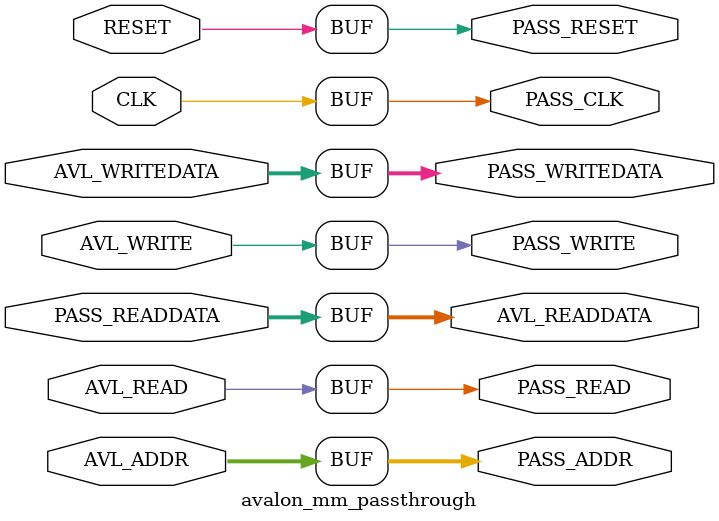
<source format=sv>
module avalon_mm_passthrough #(
	parameter ADDR_WIDTH = 8
) (
	// Avalon Clock Input
	input logic CLK,
	
	// Avalon Reset Input
	input logic RESET,
	
	// Avalon-MM Slave Signals
	input  logic AVL_READ,					// Avalon-MM Read
	input  logic AVL_WRITE,					// Avalon-MM Write
	input  logic [ADDR_WIDTH-1:0] AVL_ADDR,			// Avalon-MM Address
	input  logic [31:0] AVL_WRITEDATA,	// Avalon-MM Write Data
	output logic [31:0] AVL_READDATA,	// Avalon-MM Read Data
	
	// Avalon Clock Input
	output logic PASS_CLK,
	
	// Avalon Reset Input
	output logic PASS_RESET,
	
	// Avalon-MM Slave Signals
	output logic PASS_READ,					// Avalon-MM Read
	output logic PASS_WRITE,					// Avalon-MM Write
	output logic [ADDR_WIDTH-1:0] PASS_ADDR,			// Avalon-MM Address
	output logic [31:0] PASS_WRITEDATA,	// Avalon-MM Write Data
	input  logic [31:0] PASS_READDATA	// Avalon-MM Read Data
);

assign PASS_CLK = CLK;
assign PASS_RESET = RESET;

assign PASS_READ = AVL_READ;
assign PASS_WRITE = AVL_WRITE;
assign PASS_ADDR = AVL_ADDR;
assign PASS_WRITEDATA = AVL_WRITEDATA;
assign AVL_READDATA = PASS_READDATA;

endmodule

</source>
